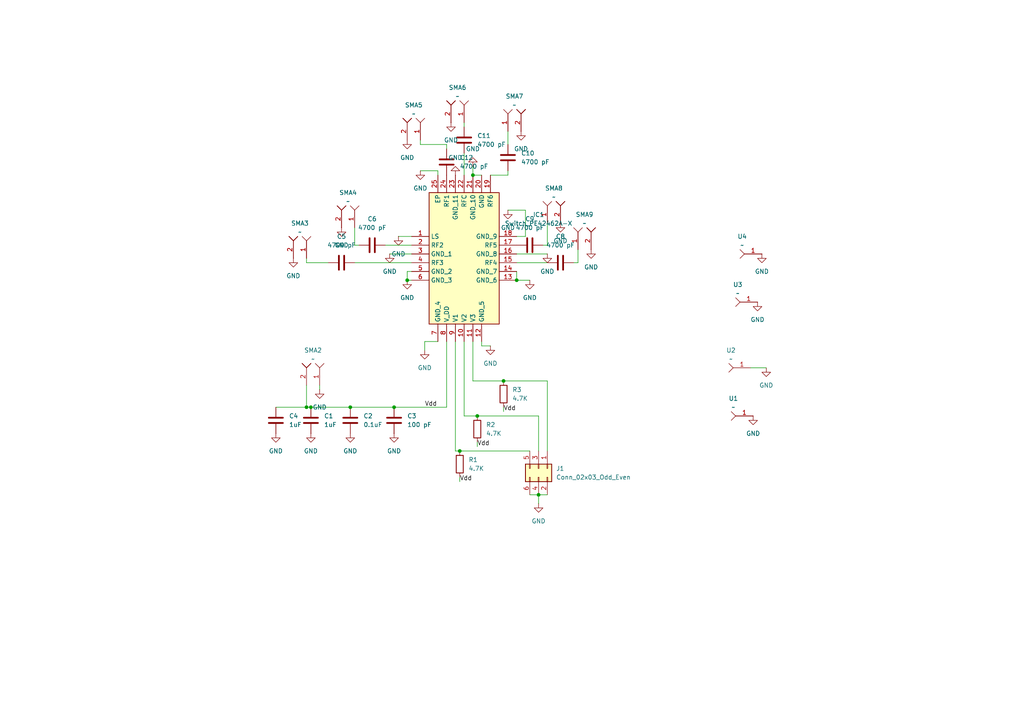
<source format=kicad_sch>
(kicad_sch (version 20231120) (generator "eeschema") (generator_version "8.0")
  (paper "A4")
  (lib_symbols
    (symbol "Connector_Generic:Conn_02x03_Odd_Even" (pin_names (offset 1.016) hide)
      (property "Reference" "J" (at 1.27 5.08 0))
      (property "Value" "Conn_02x03_Odd_Even" (at 1.27 -5.08 0))
      (symbol "Conn_02x03_Odd_Even_1_1"
        (rectangle (start -1.27 -2.413) (end 0 -2.667) (stroke (width 0.1524)))
        (rectangle (start -1.27 0.127) (end 0 -0.127) (stroke (width 0.1524)))
        (rectangle (start -1.27 2.667) (end 0 2.413) (stroke (width 0.1524)))
        (rectangle (start -1.27 3.81) (end 3.81 -3.81) (stroke (width 0.254)) (fill (type background)))
        (rectangle (start 3.81 -2.413) (end 2.54 -2.667) (stroke (width 0.1524)))
        (rectangle (start 3.81 0.127) (end 2.54 -0.127) (stroke (width 0.1524)))
        (rectangle (start 3.81 2.667) (end 2.54 2.413) (stroke (width 0.1524)))
        (pin passive line (at -5.08 2.54 0) (length 3.81) (name "Pin_1") (number "1"))
        (pin passive line (at 7.62 2.54 180) (length 3.81) (name "Pin_2") (number "2"))
        (pin passive line (at -5.08 0 0) (length 3.81) (name "Pin_3") (number "3"))
        (pin passive line (at 7.62 0 180) (length 3.81) (name "Pin_4") (number "4"))
        (pin passive line (at -5.08 -2.54 0) (length 3.81) (name "Pin_5") (number "5"))
        (pin passive line (at 7.62 -2.54 180) (length 3.81) (name "Pin_6") (number "6"))
      )
    )
    (symbol "Device:C" (pin_numbers hide) (pin_names (offset 0.254))
      (property "Reference" "C" (at 0.635 2.54 0))
      (property "Value" "C" (at 0.635 -2.54 0))
      (symbol "C_0_1"
        (polyline (pts (xy -2.032 -0.762) (xy 2.032 -0.762)) (stroke (width 0.508)))
        (polyline (pts (xy -2.032 0.762) (xy 2.032 0.762)) (stroke (width 0.508)))
      )
      (symbol "C_1_1"
        (pin passive line (at 0 3.81 270) (length 2.794) (name "~") (number "1"))
        (pin passive line (at 0 -3.81 90) (length 2.794) (name "~") (number "2"))
      )
    )
    (symbol "Device:R" (pin_numbers hide) (pin_names (offset 0))
      (property "Reference" "R" (at 2.032 0 90))
      (property "Value" "R" (at 0 0 90))
      (symbol "R_0_1"
        (rectangle (start -1.016 -2.54) (end 1.016 2.54) (stroke (width 0.254)))
      )
      (symbol "R_1_1"
        (pin passive line (at 0 3.81 270) (length 1.27) (name "~") (number "1"))
        (pin passive line (at 0 -3.81 90) (length 1.27) (name "~") (number "2"))
      )
    )
    (symbol "MUSIC_LAB:SMA"
      (property "Reference" "SMA" (at 1.27 -1.27 0))
      (symbol "SMA_0_1"
        (polyline (pts (xy -1.27 1.27) (xy -2.54 0)))
        (polyline (pts (xy -1.27 1.27) (xy -2.54 0)))
        (polyline (pts (xy -1.27 1.27) (xy -2.54 0)))
        (polyline (pts (xy -1.27 1.27) (xy -2.54 0)))
        (polyline (pts (xy -1.27 1.27) (xy -2.54 2.54)))
        (polyline (pts (xy -1.27 1.27) (xy -2.54 2.54)))
        (polyline (pts (xy -1.27 1.27) (xy -2.54 2.54)))
        (polyline (pts (xy -1.27 1.27) (xy -2.54 2.54)))
        (polyline (pts (xy -1.27 5.08) (xy -2.54 3.81)))
        (polyline (pts (xy -1.27 5.08) (xy -2.54 6.35)))
      )
      (symbol "SMA_1_1"
        (pin passive line (at 3.81 5.08 180) (length 5.08) (name "") (number "1"))
        (pin passive line (at 3.81 1.27 180) (length 5.08) (name "") (number "2"))
      )
    )
    (symbol "MUSIC_LAB:Switch_PE42462A-X"
      (property "Reference" "IC" (at 26.67 17.78 0))
      (property "Value" "Switch_PE42462A-X" (at 26.67 15.24 0))
      (symbol "Switch_PE42462A-X_1_1"
        (rectangle (start 5.08 12.7) (end 25.4 -25.4) (stroke (width 0.254)) (fill (type background)))
        (pin passive line (at 0 0 0) (length 5.08) (name "LS") (number "1"))
        (pin passive line (at 15.24 -30.48 90) (length 5.08) (name "V2") (number "10"))
        (pin passive line (at 17.78 -30.48 90) (length 5.08) (name "V3") (number "11"))
        (pin passive line (at 20.32 -30.48 90) (length 5.08) (name "GND_5") (number "12"))
        (pin passive line (at 30.48 -12.7 180) (length 5.08) (name "GND_6") (number "13"))
        (pin passive line (at 30.48 -10.16 180) (length 5.08) (name "GND_7") (number "14"))
        (pin passive line (at 30.48 -7.62 180) (length 5.08) (name "RF4") (number "15"))
        (pin passive line (at 30.48 -5.08 180) (length 5.08) (name "GND_8") (number "16"))
        (pin passive line (at 30.48 -2.54 180) (length 5.08) (name "RF5") (number "17"))
        (pin passive line (at 30.48 0 180) (length 5.08) (name "GND_9") (number "18"))
        (pin passive line (at 22.86 17.78 270) (length 5.08) (name "RF6") (number "19"))
        (pin passive line (at 0 -2.54 0) (length 5.08) (name "RF2") (number "2"))
        (pin passive line (at 20.32 17.78 270) (length 5.08) (name "GND") (number "20"))
        (pin passive line (at 17.78 17.78 270) (length 5.08) (name "GND_10") (number "21"))
        (pin passive line (at 15.24 17.78 270) (length 5.08) (name "RFC") (number "22"))
        (pin passive line (at 12.7 17.78 270) (length 5.08) (name "GND_11") (number "23"))
        (pin passive line (at 10.16 17.78 270) (length 5.08) (name "RF1") (number "24"))
        (pin passive line (at 7.62 17.78 270) (length 5.08) (name "EP") (number "25"))
        (pin passive line (at 0 -5.08 0) (length 5.08) (name "GND_1") (number "3"))
        (pin passive line (at 0 -7.62 0) (length 5.08) (name "RF3") (number "4"))
        (pin passive line (at 0 -10.16 0) (length 5.08) (name "GND_2") (number "5"))
        (pin passive line (at 0 -12.7 0) (length 5.08) (name "GND_3") (number "6"))
        (pin passive line (at 7.62 -30.48 90) (length 5.08) (name "GND_4") (number "7"))
        (pin passive line (at 10.16 -30.48 90) (length 5.08) (name "V_DD") (number "8"))
        (pin passive line (at 12.7 -30.48 90) (length 5.08) (name "V1") (number "9"))
      )
    )
    (symbol "MUSIC_LAB:Via_GND"
      (property "Reference" "U" (at 0 0 0))
      (symbol "Via_GND_0_1"
        (polyline (pts (xy -3.81 3.81) (xy -5.08 2.54)))
        (polyline (pts (xy -3.81 3.81) (xy -5.08 5.08)))
      )
      (symbol "Via_GND_1_1"
        (pin passive line (at 1.27 3.81 180) (length 5.08) (name "") (number "1"))
      )
    )
    (symbol "power:GND" (power) (pin_numbers hide) (pin_names (offset 0) hide)
      (property "Value" "GND" (at 0 -3.81 0))
      (symbol "GND_0_1"
        (polyline (pts (xy 0 0) (xy 0 -1.27) (xy 1.27 -1.27) (xy 0 -2.54) (xy -1.27 -1.27) (xy 0 -1.27)))
      )
      (symbol "GND_1_1"
        (pin power_in line (at 0 0 270) (length 0) (name "~") (number "1"))
      )
    )
  )
  (junction (at 156.21 143.51))
  (junction (at 118.11 81.28))
  (junction (at 137.16 50.8))
  (junction (at 90.17 118.11))
  (junction (at 114.3 118.11))
  (junction (at 133.35 130.81))
  (junction (at 101.6 118.11))
  (junction (at 88.9 118.11))
  (junction (at 146.05 110.49))
  (junction (at 149.86 81.28))
  (junction (at 138.43 120.65))
  (wire (pts (xy 118.11 78.74) (xy 119.38 78.74)))
  (wire (pts (xy 88.9 111.76) (xy 88.9 118.11)))
  (wire (pts (xy 114.3 118.11) (xy 129.54 118.11)))
  (wire (pts (xy 139.7 100.33) (xy 142.24 100.33)))
  (wire (pts (xy 133.35 130.81) (xy 153.67 130.81)))
  (wire (pts (xy 129.54 118.11) (xy 129.54 99.06)))
  (wire (pts (xy 137.16 99.06) (xy 137.16 110.49)))
  (wire (pts (xy 153.67 81.28) (xy 149.86 81.28)))
  (wire (pts (xy 158.75 73.66) (xy 149.86 73.66)))
  (wire (pts (xy 88.9 74.93) (xy 88.9 76.2)))
  (wire (pts (xy 146.05 119.38) (xy 146.05 118.11)))
  (wire (pts (xy 147.32 49.53) (xy 147.32 50.8)))
  (wire (pts (xy 129.54 41.91) (xy 129.54 43.18)))
  (wire (pts (xy 158.75 71.12) (xy 157.48 71.12)))
  (wire (pts (xy 146.05 110.49) (xy 158.75 110.49)))
  (wire (pts (xy 102.87 76.2) (xy 119.38 76.2)))
  (wire (pts (xy 121.92 49.53) (xy 127 49.53)))
  (wire (pts (xy 102.87 66.04) (xy 102.87 71.12)))
  (wire (pts (xy 132.08 130.81) (xy 133.35 130.81)))
  (wire (pts (xy 147.32 38.1) (xy 147.32 41.91)))
  (wire (pts (xy 139.7 99.06) (xy 139.7 100.33)))
  (wire (pts (xy 101.6 118.11) (xy 114.3 118.11)))
  (wire (pts (xy 118.11 81.28) (xy 119.38 81.28)))
  (wire (pts (xy 158.75 110.49) (xy 158.75 130.81)))
  (wire (pts (xy 167.64 76.2) (xy 166.37 76.2)))
  (wire (pts (xy 123.19 101.6) (xy 123.19 99.06)))
  (wire (pts (xy 127 49.53) (xy 127 50.8)))
  (wire (pts (xy 121.92 40.64) (xy 121.92 41.91)))
  (wire (pts (xy 134.62 120.65) (xy 138.43 120.65)))
  (wire (pts (xy 119.38 68.58) (xy 115.57 68.58)))
  (wire (pts (xy 137.16 48.26) (xy 137.16 50.8)))
  (wire (pts (xy 118.11 81.28) (xy 118.11 78.74)))
  (wire (pts (xy 88.9 118.11) (xy 90.17 118.11)))
  (wire (pts (xy 156.21 120.65) (xy 156.21 130.81)))
  (wire (pts (xy 134.62 99.06) (xy 134.62 120.65)))
  (wire (pts (xy 134.62 35.56) (xy 134.62 36.83)))
  (wire (pts (xy 104.14 71.12) (xy 102.87 71.12)))
  (wire (pts (xy 80.01 118.11) (xy 88.9 118.11)))
  (wire (pts (xy 167.64 72.39) (xy 167.64 76.2)))
  (wire (pts (xy 147.32 60.96) (xy 152.4 60.96)))
  (wire (pts (xy 138.43 129.54) (xy 138.43 128.27)))
  (wire (pts (xy 90.17 118.11) (xy 101.6 118.11)))
  (wire (pts (xy 156.21 143.51) (xy 158.75 143.51)))
  (wire (pts (xy 119.38 73.66) (xy 113.03 73.66)))
  (wire (pts (xy 152.4 60.96) (xy 152.4 68.58)))
  (wire (pts (xy 121.92 41.91) (xy 129.54 41.91)))
  (wire (pts (xy 133.35 139.7) (xy 133.35 138.43)))
  (wire (pts (xy 134.62 44.45) (xy 134.62 50.8)))
  (wire (pts (xy 156.21 143.51) (xy 153.67 143.51)))
  (wire (pts (xy 123.19 99.06) (xy 127 99.06)))
  (wire (pts (xy 88.9 76.2) (xy 95.25 76.2)))
  (wire (pts (xy 149.86 81.28) (xy 149.86 78.74)))
  (wire (pts (xy 137.16 110.49) (xy 146.05 110.49)))
  (wire (pts (xy 142.24 50.8) (xy 147.32 50.8)))
  (wire (pts (xy 158.75 64.77) (xy 158.75 71.12)))
  (wire (pts (xy 156.21 146.05) (xy 156.21 143.51)))
  (wire (pts (xy 217.7361 106.68) (xy 222.25 106.68)))
  (wire (pts (xy 132.08 99.06) (xy 132.08 130.81)))
  (wire (pts (xy 119.38 71.12) (xy 111.76 71.12)))
  (wire (pts (xy 158.75 76.2) (xy 149.86 76.2)))
  (wire (pts (xy 152.4 68.58) (xy 149.86 68.58)))
  (wire (pts (xy 92.71 111.76) (xy 92.71 113.03)))
  (wire (pts (xy 138.43 120.65) (xy 156.21 120.65)))
  (wire (pts (xy 137.16 50.8) (xy 139.7 50.8)))
  (label "Vdd" (at 138.43 129.54 0))
  (label "Vdd" (at 123.19 118.11 0))
  (label "Vdd" (at 133.35 139.7 0))
  (label "Vdd" (at 146.05 119.38 0))
  (symbol (lib_id "Device:R") (at 138.43 124.46 180) (unit 1)
    (property "Reference" "R2" (at 140.97 123.1899 0) (effects (justify right)))
    (property "Value" "4.7K" (at 140.97 125.7299 0) (effects (justify right)))
    (property "Footprint" "Resistor_SMD:R_0402_1005Metric" (effects (hide yes)))
    (property "Description" "Resistor" (effects (hide yes)))
  )
  (symbol (lib_id "power:GND") (at 220.98 73.66 0) (mirror y) (unit 1)
    (property "Reference" "#PWR029" (effects (hide yes)))
    (property "Value" "GND" (at 220.98 78.74 0))
    (property "Description" "Power symbol creates a global label with name \"GND\" , ground" (effects (hide yes)))
  )
  (symbol (lib_id "Device:C") (at 99.06 76.2 90) (unit 1)
    (property "Reference" "C5" (at 99.06 68.58 90))
    (property "Value" "4700 pF" (at 99.06 71.12 90))
    (property "Footprint" "Capacitor_SMD:C_0402_1005Metric" (effects (hide yes)))
    (property "Description" "Unpolarized capacitor" (effects (hide yes)))
  )
  (symbol (lib_id "power:GND") (at 101.6 125.73 0) (unit 1)
    (property "Reference" "#PWR06" (effects (hide yes)))
    (property "Value" "GND" (at 101.6 130.81 0))
    (property "Description" "Power symbol creates a global label with name \"GND\" , ground" (effects (hide yes)))
  )
  (symbol (lib_id "power:GND") (at 222.25 106.68 0) (mirror y) (unit 1)
    (property "Reference" "#PWR019" (effects (hide yes)))
    (property "Value" "GND" (at 222.25 111.76 0))
    (property "Description" "Power symbol creates a global label with name \"GND\" , ground" (effects (hide yes)))
  )
  (symbol (lib_id "Device:R") (at 133.35 134.62 180) (unit 1)
    (property "Reference" "R1" (at 135.89 133.3499 0) (effects (justify right)))
    (property "Value" "4.7K" (at 135.89 135.8899 0) (effects (justify right)))
    (property "Footprint" "Resistor_SMD:R_0402_1005Metric" (effects (hide yes)))
    (property "Description" "Resistor" (effects (hide yes)))
  )
  (symbol (lib_id "power:GND") (at 80.01 125.73 0) (unit 1)
    (property "Reference" "#PWR01" (effects (hide yes)))
    (property "Value" "GND" (at 80.01 130.81 0))
    (property "Description" "Power symbol creates a global label with name \"GND\" , ground" (effects (hide yes)))
  )
  (symbol (lib_id "Device:R") (at 146.05 114.3 180) (unit 1)
    (property "Reference" "R3" (at 148.59 113.0299 0) (effects (justify right)))
    (property "Value" "4.7K" (at 148.59 115.5699 0) (effects (justify right)))
    (property "Footprint" "Resistor_SMD:R_0402_1005Metric" (effects (hide yes)))
    (property "Description" "Resistor" (effects (hide yes)))
  )
  (symbol (lib_id "Device:C") (at 129.54 46.99 180) (unit 1)
    (property "Reference" "C12" (at 133.35 45.7199 0) (effects (justify right)))
    (property "Value" "4700 pF" (at 133.35 48.2599 0) (effects (justify right)))
    (property "Footprint" "Capacitor_SMD:C_0402_1005Metric" (effects (hide yes)))
    (property "Description" "Unpolarized capacitor" (effects (hide yes)))
  )
  (symbol (lib_id "Device:C") (at 114.3 121.92 0) (unit 1)
    (property "Reference" "C3" (at 118.11 120.6499 0) (effects (justify left)))
    (property "Value" "100 pF" (at 118.11 123.1899 0) (effects (justify left)))
    (property "Footprint" "Capacitor_SMD:C_0402_1005Metric" (effects (hide yes)))
    (property "Description" "Unpolarized capacitor" (effects (hide yes)))
  )
  (symbol (lib_id "power:GND") (at 121.92 49.53 0) (mirror y) (unit 1)
    (property "Reference" "#PWR012" (effects (hide yes)))
    (property "Value" "GND" (at 121.92 54.61 0))
    (property "Description" "Power symbol creates a global label with name \"GND\" , ground" (effects (hide yes)))
  )
  (symbol (lib_id "Device:C") (at 90.17 121.92 0) (unit 1)
    (property "Reference" "C1" (at 93.98 120.6499 0) (effects (justify left)))
    (property "Value" "1uF" (at 93.98 123.1899 0) (effects (justify left)))
    (property "Footprint" "Capacitor_SMD:C_0402_1005Metric" (effects (hide yes)))
    (property "Description" "Unpolarized capacitor" (effects (hide yes)))
  )
  (symbol (lib_id "MUSIC_LAB:SMA") (at 97.79 62.23 270) (unit 1)
    (property "Reference" "SMA4" (at 100.965 55.88 90))
    (property "Value" "~" (at 100.965 58.42 90))
    (property "Footprint" "MUSIC_Lab:SMA_Edge_step_1" (effects (hide yes)))
  )
  (symbol (lib_id "power:GND") (at 137.16 48.26 0) (mirror x) (unit 1)
    (property "Reference" "#PWR017" (effects (hide yes)))
    (property "Value" "GND" (at 137.16 43.18 0))
    (property "Description" "Power symbol creates a global label with name \"GND\" , ground" (effects (hide yes)))
  )
  (symbol (lib_id "power:GND") (at 162.56 64.77 0) (mirror y) (unit 1)
    (property "Reference" "#PWR024" (effects (hide yes)))
    (property "Value" "GND" (at 162.56 69.85 0))
    (property "Description" "Power symbol creates a global label with name \"GND\" , ground" (effects (hide yes)))
  )
  (symbol (lib_id "power:GND") (at 218.44 120.65 0) (mirror y) (unit 1)
    (property "Reference" "#PWR018" (effects (hide yes)))
    (property "Value" "GND" (at 218.44 125.73 0))
    (property "Description" "Power symbol creates a global label with name \"GND\" , ground" (effects (hide yes)))
  )
  (symbol (lib_id "power:GND") (at 158.75 73.66 0) (mirror y) (unit 1)
    (property "Reference" "#PWR023" (effects (hide yes)))
    (property "Value" "GND" (at 158.75 78.74 0))
    (property "Description" "Power symbol creates a global label with name \"GND\" , ground" (effects (hide yes)))
  )
  (symbol (lib_id "Device:C") (at 101.6 121.92 0) (unit 1)
    (property "Reference" "C2" (at 105.41 120.6499 0) (effects (justify left)))
    (property "Value" "0.1uF" (at 105.41 123.1899 0) (effects (justify left)))
    (property "Footprint" "Capacitor_SMD:C_0402_1005Metric" (effects (hide yes)))
    (property "Description" "Unpolarized capacitor" (effects (hide yes)))
  )
  (symbol (lib_id "power:GND") (at 90.17 125.73 0) (unit 1)
    (property "Reference" "#PWR04" (effects (hide yes)))
    (property "Value" "GND" (at 90.17 130.81 0))
    (property "Description" "Power symbol creates a global label with name \"GND\" , ground" (effects (hide yes)))
  )
  (symbol (lib_id "power:GND") (at 130.81 35.56 0) (unit 1)
    (property "Reference" "#PWR014" (effects (hide yes)))
    (property "Value" "GND" (at 130.81 40.64 0))
    (property "Description" "Power symbol creates a global label with name \"GND\" , ground" (effects (hide yes)))
  )
  (symbol (lib_id "power:GND") (at 85.09 74.93 0) (unit 1)
    (property "Reference" "#PWR03" (effects (hide yes)))
    (property "Value" "GND" (at 85.09 80.01 0))
    (property "Description" "Power symbol creates a global label with name \"GND\" , ground" (effects (hide yes)))
  )
  (symbol (lib_id "power:GND") (at 115.57 68.58 0) (unit 1)
    (property "Reference" "#PWR09" (effects (hide yes)))
    (property "Value" "GND" (at 115.57 73.66 0))
    (property "Description" "Power symbol creates a global label with name \"GND\" , ground" (effects (hide yes)))
  )
  (symbol (lib_id "power:GND") (at 142.24 100.33 0) (mirror y) (unit 1)
    (property "Reference" "#PWR027" (effects (hide yes)))
    (property "Value" "GND" (at 142.24 105.41 0))
    (property "Description" "Power symbol creates a global label with name \"GND\" , ground" (effects (hide yes)))
  )
  (symbol (lib_id "Connector_Generic:Conn_02x03_Odd_Even") (at 156.21 135.89 270) (unit 1)
    (property "Reference" "J1" (at 161.29 135.8899 90) (effects (justify left)))
    (property "Value" "Conn_02x03_Odd_Even" (at 161.29 138.4299 90) (effects (justify left)))
    (property "Footprint" "Connector_PinHeader_2.54mm:PinHeader_2x03_P2.54mm_Vertical_SMD" (effects (hide yes)))
    (property "Description" "Generic connector, double row, 02x03, odd/even pin numbering scheme (row 1 odd numbers, row 2 even numbers), script generated (kicad-library-utils/schlib/autogen/connector/)" (effects (hide yes)))
  )
  (symbol (lib_id "MUSIC_LAB:SMA") (at 172.72 68.58 90) (mirror x) (unit 1)
    (property "Reference" "SMA9" (at 169.545 62.23 90))
    (property "Value" "~" (at 169.545 64.77 90))
    (property "Footprint" "MUSIC_Lab:SMA_Edge_step_1" (effects (hide yes)))
  )
  (symbol (lib_id "power:GND") (at 147.32 60.96 0) (mirror y) (unit 1)
    (property "Reference" "#PWR022" (effects (hide yes)))
    (property "Value" "GND" (at 147.32 66.04 0))
    (property "Description" "Power symbol creates a global label with name \"GND\" , ground" (effects (hide yes)))
  )
  (symbol (lib_id "MUSIC_LAB:SMA") (at 129.54 31.75 270) (unit 1)
    (property "Reference" "SMA6" (at 132.715 25.4 90))
    (property "Value" "~" (at 132.715 27.94 90))
    (property "Footprint" "MUSIC_Lab:SMA_Edge_step_1" (effects (hide yes)))
  )
  (symbol (lib_id "MUSIC_LAB:SMA") (at 116.84 36.83 270) (unit 1)
    (property "Reference" "SMA5" (at 120.015 30.48 90))
    (property "Value" "~" (at 120.015 33.02 90))
    (property "Footprint" "MUSIC_Lab:SMA_Edge_step_1" (effects (hide yes)))
  )
  (symbol (lib_id "power:GND") (at 151.13 38.1 0) (mirror y) (unit 1)
    (property "Reference" "#PWR020" (effects (hide yes)))
    (property "Value" "GND" (at 151.13 43.18 0))
    (property "Description" "Power symbol creates a global label with name \"GND\" , ground" (effects (hide yes)))
  )
  (symbol (lib_id "power:GND") (at 132.08 50.8 0) (mirror x) (unit 1)
    (property "Reference" "#PWR015" (effects (hide yes)))
    (property "Value" "GND" (at 132.08 45.72 0))
    (property "Description" "Power symbol creates a global label with name \"GND\" , ground" (effects (hide yes)))
  )
  (symbol (lib_id "MUSIC_LAB:Switch_PE42462A-X") (at 119.38 68.58 0) (unit 1)
    (property "Reference" "IC1" (at 156.21 62.2614 0))
    (property "Value" "Switch_PE42462A-X" (at 156.21 64.8014 0))
    (property "Footprint" "MUSIC_Lab:Switch_1p6t_PE42462_QFN50P400X400X90-25N-D" (effects (hide yes)))
    (property "Datasheet" "https://componentsearchengine.com/Datasheets/1/PE42462A-X.pdf" (effects (hide yes)))
    (property "Description" "RF Switch ICs SP6T, Absorptive, 50? RF Switch, w/o ext. Vss" (effects (hide yes)))
    (property "Height" "0.9" (effects (hide yes)))
    (property "Mouser Part Number" "81-PE42462A-X" (effects (hide yes)))
    (property "Mouser Price/Stock" "https://www.mouser.co.uk/ProductDetail/pSemi/PE42462A-X?qs=5aG0NVq1C4xL5qZIdPVaWw%3D%3D" (effects (hide yes)))
    (property "Manufacturer_Name" "Peregrine Semiconductor" (effects (hide yes)))
    (property "Manufacturer_Part_Number" "PE42462A-X" (effects (hide yes)))
  )
  (symbol (lib_id "power:GND") (at 153.67 81.28 0) (mirror y) (unit 1)
    (property "Reference" "#PWR021" (effects (hide yes)))
    (property "Value" "GND" (at 153.67 86.36 0))
    (property "Description" "Power symbol creates a global label with name \"GND\" , ground" (effects (hide yes)))
  )
  (symbol (lib_id "MUSIC_LAB:Via_GND") (at 216.4661 110.49 0) (unit 1)
    (property "Reference" "U2" (at 212.0211 101.6 0))
    (property "Value" "~" (at 212.0211 104.14 0))
    (property "Footprint" "MUSIC_Lab:via_GND" (effects (hide yes)))
  )
  (symbol (lib_id "Device:C") (at 153.67 71.12 90) (unit 1)
    (property "Reference" "C9" (at 153.67 63.5 90))
    (property "Value" "4700 pF" (at 153.67 66.04 90))
    (property "Footprint" "Capacitor_SMD:C_0402_1005Metric" (effects (hide yes)))
    (property "Description" "Unpolarized capacitor" (effects (hide yes)))
  )
  (symbol (lib_id "Device:C") (at 147.32 45.72 180) (unit 1)
    (property "Reference" "C10" (at 151.13 44.4499 0) (effects (justify right)))
    (property "Value" "4700 pF" (at 151.13 46.9899 0) (effects (justify right)))
    (property "Footprint" "Capacitor_SMD:C_0402_1005Metric" (effects (hide yes)))
    (property "Description" "Unpolarized capacitor" (effects (hide yes)))
  )
  (symbol (lib_id "power:GND") (at 118.11 40.64 0) (unit 1)
    (property "Reference" "#PWR011" (effects (hide yes)))
    (property "Value" "GND" (at 118.11 45.72 0))
    (property "Description" "Power symbol creates a global label with name \"GND\" , ground" (effects (hide yes)))
  )
  (symbol (lib_id "power:GND") (at 92.71 113.03 0) (unit 1)
    (property "Reference" "#PWR02" (effects (hide yes)))
    (property "Value" "GND" (at 92.71 118.11 0))
    (property "Description" "Power symbol creates a global label with name \"GND\" , ground" (effects (hide yes)))
  )
  (symbol (lib_id "power:GND") (at 99.06 66.04 0) (unit 1)
    (property "Reference" "#PWR05" (effects (hide yes)))
    (property "Value" "GND" (at 99.06 71.12 0))
    (property "Description" "Power symbol creates a global label with name \"GND\" , ground" (effects (hide yes)))
  )
  (symbol (lib_id "power:GND") (at 171.45 72.39 0) (mirror y) (unit 1)
    (property "Reference" "#PWR025" (effects (hide yes)))
    (property "Value" "GND" (at 171.45 77.47 0))
    (property "Description" "Power symbol creates a global label with name \"GND\" , ground" (effects (hide yes)))
  )
  (symbol (lib_id "Device:C") (at 134.62 40.64 180) (unit 1)
    (property "Reference" "C11" (at 138.43 39.3699 0) (effects (justify right)))
    (property "Value" "4700 pF" (at 138.43 41.9099 0) (effects (justify right)))
    (property "Footprint" "Capacitor_SMD:C_0402_1005Metric" (effects (hide yes)))
    (property "Description" "Unpolarized capacitor" (effects (hide yes)))
  )
  (symbol (lib_id "MUSIC_LAB:Via_GND") (at 219.71 77.47 0) (unit 1)
    (property "Reference" "U4" (at 215.265 68.58 0))
    (property "Value" "~" (at 215.265 71.12 0))
    (property "Footprint" "MUSIC_Lab:via_GND" (effects (hide yes)))
  )
  (symbol (lib_id "power:GND") (at 156.21 146.05 0) (unit 1)
    (property "Reference" "#PWR016" (effects (hide yes)))
    (property "Value" "GND" (at 156.21 151.13 0))
    (property "Description" "Power symbol creates a global label with name \"GND\" , ground" (effects (hide yes)))
  )
  (symbol (lib_id "MUSIC_LAB:SMA") (at 83.82 71.12 270) (unit 1)
    (property "Reference" "SMA3" (at 86.995 64.77 90))
    (property "Value" "~" (at 86.995 67.31 90))
    (property "Footprint" "MUSIC_Lab:SMA_Edge_step_1" (effects (hide yes)))
  )
  (symbol (lib_id "MUSIC_LAB:SMA") (at 163.83 60.96 90) (mirror x) (unit 1)
    (property "Reference" "SMA8" (at 160.655 54.61 90))
    (property "Value" "~" (at 160.655 57.15 90))
    (property "Footprint" "MUSIC_Lab:SMA_Edge_step_1" (effects (hide yes)))
  )
  (symbol (lib_id "Device:C") (at 162.56 76.2 90) (unit 1)
    (property "Reference" "C8" (at 162.56 68.58 90))
    (property "Value" "4700 pF" (at 162.56 71.12 90))
    (property "Footprint" "Capacitor_SMD:C_0402_1005Metric" (effects (hide yes)))
    (property "Description" "Unpolarized capacitor" (effects (hide yes)))
  )
  (symbol (lib_id "power:GND") (at 123.19 101.6 0) (mirror y) (unit 1)
    (property "Reference" "#PWR013" (effects (hide yes)))
    (property "Value" "GND" (at 123.19 106.68 0))
    (property "Description" "Power symbol creates a global label with name \"GND\" , ground" (effects (hide yes)))
  )
  (symbol (lib_id "power:GND") (at 114.3 125.73 0) (unit 1)
    (property "Reference" "#PWR08" (effects (hide yes)))
    (property "Value" "GND" (at 114.3 130.81 0))
    (property "Description" "Power symbol creates a global label with name \"GND\" , ground" (effects (hide yes)))
  )
  (symbol (lib_id "power:GND") (at 118.11 81.28 0) (unit 1)
    (property "Reference" "#PWR010" (effects (hide yes)))
    (property "Value" "GND" (at 118.11 86.36 0))
    (property "Description" "Power symbol creates a global label with name \"GND\" , ground" (effects (hide yes)))
  )
  (symbol (lib_id "Device:C") (at 80.01 121.92 0) (unit 1)
    (property "Reference" "C4" (at 83.82 120.6499 0) (effects (justify left)))
    (property "Value" "1uF" (at 83.82 123.1899 0) (effects (justify left)))
    (property "Footprint" "Capacitor_SMD:C_0402_1005Metric" (effects (hide yes)))
    (property "Description" "Unpolarized capacitor" (effects (hide yes)))
  )
  (symbol (lib_id "Device:C") (at 107.95 71.12 90) (unit 1)
    (property "Reference" "C6" (at 107.95 63.5 90))
    (property "Value" "4700 pF" (at 107.95 66.04 90))
    (property "Footprint" "Capacitor_SMD:C_0402_1005Metric" (effects (hide yes)))
    (property "Description" "Unpolarized capacitor" (effects (hide yes)))
  )
  (symbol (lib_id "MUSIC_LAB:SMA") (at 87.63 107.95 270) (unit 1)
    (property "Reference" "SMA2" (at 90.805 101.6 90))
    (property "Value" "~" (at 90.805 104.14 90))
    (property "Footprint" "Connector_JST:JST_EH_S2B-EH_1x02_P2.50mm_Horizontal" (effects (hide yes)))
  )
  (symbol (lib_id "MUSIC_LAB:SMA") (at 152.4 34.29 90) (mirror x) (unit 1)
    (property "Reference" "SMA7" (at 149.225 27.94 90))
    (property "Value" "~" (at 149.225 30.48 90))
    (property "Footprint" "MUSIC_Lab:SMA_Edge_step_1" (effects (hide yes)))
  )
  (symbol (lib_id "power:GND") (at 113.03 73.66 0) (unit 1)
    (property "Reference" "#PWR07" (effects (hide yes)))
    (property "Value" "GND" (at 113.03 78.74 0))
    (property "Description" "Power symbol creates a global label with name \"GND\" , ground" (effects (hide yes)))
  )
  (symbol (lib_id "power:GND") (at 219.71 87.63 0) (mirror y) (unit 1)
    (property "Reference" "#PWR028" (effects (hide yes)))
    (property "Value" "GND" (at 219.71 92.71 0))
    (property "Description" "Power symbol creates a global label with name \"GND\" , ground" (effects (hide yes)))
  )
  (symbol (lib_id "MUSIC_LAB:Via_GND") (at 217.17 124.46 0) (unit 1)
    (property "Reference" "U1" (at 212.725 115.57 0))
    (property "Value" "~" (at 212.725 118.11 0))
    (property "Footprint" "MUSIC_Lab:via_GND" (effects (hide yes)))
  )
  (symbol (lib_id "MUSIC_LAB:Via_GND") (at 218.44 91.44 0) (unit 1)
    (property "Reference" "U3" (at 213.995 82.55 0))
    (property "Value" "~" (at 213.995 85.09 0))
    (property "Footprint" "MUSIC_Lab:via_GND" (effects (hide yes)))
  )
)
</source>
